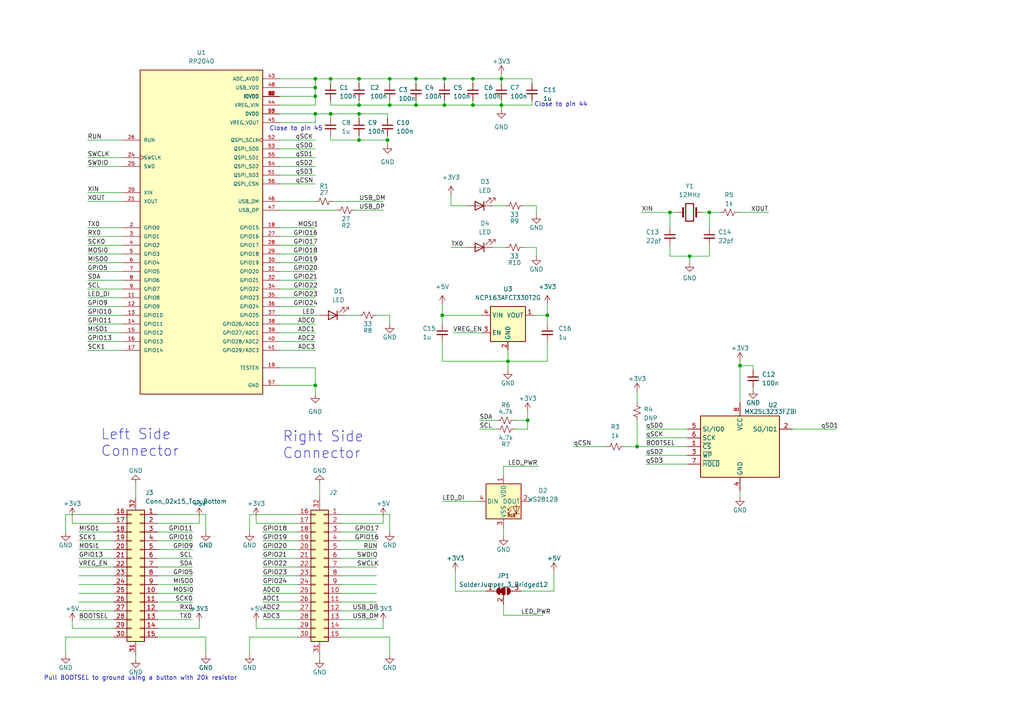
<source format=kicad_sch>
(kicad_sch (version 20230121) (generator eeschema)
  (paper "A4")
  (lib_symbols
    (symbol "Customs_Connectors:Conn_02x15_Top_Bottom" (pin_names (offset 1.016) hide)
      (property "Reference" "J" (at 2.54 20.32 0))
      (property "Value" "Conn_02x15_Top_Bottom" (at 1.27 -20.32 0))
      (symbol "Conn_02x15_Top_Bottom_1_1"
        (rectangle (start -1.27 -19.05) (end 3.81 19.05) (stroke (width 0.254)) (fill (type background)))
        (rectangle (start 0 -17.907) (end -1.27 -17.653) (stroke (width 0.1524)))
        (rectangle (start 0 -15.367) (end -1.27 -15.113) (stroke (width 0.1524)))
        (rectangle (start 0 -12.827) (end -1.27 -12.573) (stroke (width 0.1524)))
        (rectangle (start 0 -10.287) (end -1.27 -10.033) (stroke (width 0.1524)))
        (rectangle (start 0 -7.747) (end -1.27 -7.493) (stroke (width 0.1524)))
        (rectangle (start 0 -5.207) (end -1.27 -4.953) (stroke (width 0.1524)))
        (rectangle (start 0 -2.667) (end -1.27 -2.413) (stroke (width 0.1524)))
        (rectangle (start 0 -0.127) (end -1.27 0.127) (stroke (width 0.1524)))
        (rectangle (start 0 2.413) (end -1.27 2.667) (stroke (width 0.1524)))
        (rectangle (start 0 4.953) (end -1.27 5.207) (stroke (width 0.1524)))
        (rectangle (start 0 7.493) (end -1.27 7.747) (stroke (width 0.1524)))
        (rectangle (start 0 10.033) (end -1.27 10.287) (stroke (width 0.1524)))
        (rectangle (start 0 12.573) (end -1.27 12.827) (stroke (width 0.1524)))
        (rectangle (start 0 15.113) (end -1.27 15.367) (stroke (width 0.1524)))
        (rectangle (start 0 17.653) (end -1.27 17.907) (stroke (width 0.1524)))
        (rectangle (start 2.54 -17.907) (end 3.81 -17.653) (stroke (width 0.1524)))
        (rectangle (start 2.54 -15.367) (end 3.81 -15.113) (stroke (width 0.1524)))
        (rectangle (start 2.54 -12.827) (end 3.81 -12.573) (stroke (width 0.1524)))
        (rectangle (start 2.54 -10.287) (end 3.81 -10.033) (stroke (width 0.1524)))
        (rectangle (start 2.54 -7.747) (end 3.81 -7.493) (stroke (width 0.1524)))
        (rectangle (start 2.54 -5.207) (end 3.81 -4.953) (stroke (width 0.1524)))
        (rectangle (start 2.54 -2.667) (end 3.81 -2.413) (stroke (width 0.1524)))
        (rectangle (start 2.54 -0.127) (end 3.81 0.127) (stroke (width 0.1524)))
        (rectangle (start 2.54 2.413) (end 3.81 2.667) (stroke (width 0.1524)))
        (rectangle (start 2.54 4.953) (end 3.81 5.207) (stroke (width 0.1524)))
        (rectangle (start 2.54 7.493) (end 3.81 7.747) (stroke (width 0.1524)))
        (rectangle (start 2.54 10.033) (end 3.81 10.287) (stroke (width 0.1524)))
        (rectangle (start 2.54 12.573) (end 3.81 12.827) (stroke (width 0.1524)))
        (rectangle (start 2.54 15.113) (end 3.81 15.367) (stroke (width 0.1524)))
        (rectangle (start 2.54 17.653) (end 3.81 17.907) (stroke (width 0.1524)))
        (pin passive line (at 7.62 17.78 180) (length 3.81) (name "Pin_1") (number "1"))
        (pin passive line (at 7.62 -5.08 180) (length 3.81) (name "Pin_10") (number "10"))
        (pin passive line (at 7.62 -7.62 180) (length 3.81) (name "Pin_11") (number "11"))
        (pin passive line (at 7.62 -10.16 180) (length 3.81) (name "Pin_12") (number "12"))
        (pin passive line (at 7.62 -12.7 180) (length 3.81) (name "Pin_13") (number "13"))
        (pin passive line (at 7.62 -15.24 180) (length 3.81) (name "Pin_14") (number "14"))
        (pin passive line (at 7.62 -17.78 180) (length 3.81) (name "Pin_15") (number "15"))
        (pin passive line (at -5.08 17.78 0) (length 3.81) (name "Pin_16") (number "16"))
        (pin passive line (at -5.08 15.24 0) (length 3.81) (name "Pin_17") (number "17"))
        (pin passive line (at -5.08 12.7 0) (length 3.81) (name "Pin_18") (number "18"))
        (pin passive line (at -5.08 10.16 0) (length 3.81) (name "Pin_19") (number "19"))
        (pin passive line (at 7.62 15.24 180) (length 3.81) (name "Pin_2") (number "2"))
        (pin passive line (at -5.08 7.62 0) (length 3.81) (name "Pin_20") (number "20"))
        (pin passive line (at -5.08 5.08 0) (length 3.81) (name "Pin_21") (number "21"))
        (pin passive line (at -5.08 2.54 0) (length 3.81) (name "Pin_22") (number "22"))
        (pin passive line (at -5.08 0 0) (length 3.81) (name "Pin_23") (number "23"))
        (pin passive line (at -5.08 -2.54 0) (length 3.81) (name "Pin_24") (number "24"))
        (pin passive line (at -5.08 -5.08 0) (length 3.81) (name "Pin_25") (number "25"))
        (pin passive line (at -5.08 -7.62 0) (length 3.81) (name "Pin_26") (number "26"))
        (pin passive line (at -5.08 -10.16 0) (length 3.81) (name "Pin_27") (number "27"))
        (pin passive line (at -5.08 -12.7 0) (length 3.81) (name "Pin_28") (number "28"))
        (pin passive line (at -5.08 -15.24 0) (length 3.81) (name "Pin_29") (number "29"))
        (pin passive line (at 7.62 12.7 180) (length 3.81) (name "Pin_3") (number "3"))
        (pin passive line (at -5.08 -17.78 0) (length 3.81) (name "Pin_30") (number "30"))
        (pin passive line (at 1.27 -22.86 90) (length 3.81) (name "Pin_30") (number "31"))
        (pin passive line (at 1.27 22.86 270) (length 3.81) (name "Pin_30") (number "32"))
        (pin passive line (at 7.62 10.16 180) (length 3.81) (name "Pin_4") (number "4"))
        (pin passive line (at 7.62 7.62 180) (length 3.81) (name "Pin_5") (number "5"))
        (pin passive line (at 7.62 5.08 180) (length 3.81) (name "Pin_6") (number "6"))
        (pin passive line (at 7.62 2.54 180) (length 3.81) (name "Pin_7") (number "7"))
        (pin passive line (at 7.62 0 180) (length 3.81) (name "Pin_8") (number "8"))
        (pin passive line (at 7.62 -2.54 180) (length 3.81) (name "Pin_9") (number "9"))
      )
    )
    (symbol "Device:C_Small" (pin_numbers hide) (pin_names (offset 0.254) hide)
      (property "Reference" "C" (at 0.254 1.778 0))
      (property "Value" "C_Small" (at 0.254 -2.032 0))
      (symbol "C_Small_0_1"
        (polyline (pts (xy -1.524 -0.508) (xy 1.524 -0.508)) (stroke (width 0.3302)))
        (polyline (pts (xy -1.524 0.508) (xy 1.524 0.508)) (stroke (width 0.3048)))
      )
      (symbol "C_Small_1_1"
        (pin passive line (at 0 2.54 270) (length 2.032) (name "~") (number "1"))
        (pin passive line (at 0 -2.54 90) (length 2.032) (name "~") (number "2"))
      )
    )
    (symbol "Device:Crystal" (pin_numbers hide) (pin_names (offset 1.016) hide)
      (property "Reference" "Y" (at 0 3.81 0))
      (property "Value" "Crystal" (at 0 -3.81 0))
      (symbol "Crystal_0_1"
        (rectangle (start -1.143 2.54) (end 1.143 -2.54) (stroke (width 0.3048)))
        (polyline (pts (xy -2.54 0) (xy -1.905 0)))
        (polyline (pts (xy -1.905 -1.27) (xy -1.905 1.27)) (stroke (width 0.508)))
        (polyline (pts (xy 1.905 -1.27) (xy 1.905 1.27)) (stroke (width 0.508)))
        (polyline (pts (xy 2.54 0) (xy 1.905 0)))
      )
      (symbol "Crystal_1_1"
        (pin passive line (at -3.81 0 0) (length 1.27) (name "1") (number "1"))
        (pin passive line (at 3.81 0 180) (length 1.27) (name "2") (number "2"))
      )
    )
    (symbol "Device:LED" (pin_numbers hide) (pin_names (offset 1.016) hide)
      (property "Reference" "D" (at 0 2.54 0))
      (property "Value" "LED" (at 0 -2.54 0))
      (symbol "LED_0_1"
        (polyline (pts (xy -1.27 -1.27) (xy -1.27 1.27)) (stroke (width 0.254)))
        (polyline (pts (xy -1.27 0) (xy 1.27 0)))
        (polyline (pts (xy 1.27 -1.27) (xy 1.27 1.27) (xy -1.27 0) (xy 1.27 -1.27)) (stroke (width 0.254)))
        (polyline (pts (xy -3.048 -0.762) (xy -4.572 -2.286) (xy -3.81 -2.286) (xy -4.572 -2.286) (xy -4.572 -1.524)))
        (polyline (pts (xy -1.778 -0.762) (xy -3.302 -2.286) (xy -2.54 -2.286) (xy -3.302 -2.286) (xy -3.302 -1.524)))
      )
      (symbol "LED_1_1"
        (pin passive line (at -3.81 0 0) (length 2.54) (name "K") (number "1"))
        (pin passive line (at 3.81 0 180) (length 2.54) (name "A") (number "2"))
      )
    )
    (symbol "Device:R_Small_US" (pin_numbers hide) (pin_names (offset 0.254) hide)
      (property "Reference" "R" (at 0.762 0.508 0))
      (property "Value" "R_Small_US" (at 0.762 -1.016 0))
      (symbol "R_Small_US_1_1"
        (polyline (pts (xy 0 0) (xy 1.016 -0.381) (xy 0 -0.762) (xy -1.016 -1.143) (xy 0 -1.524)))
        (polyline (pts (xy 0 1.524) (xy 1.016 1.143) (xy 0 0.762) (xy -1.016 0.381) (xy 0 0)))
        (pin passive line (at 0 2.54 270) (length 1.016) (name "~") (number "1"))
        (pin passive line (at 0 -2.54 90) (length 1.016) (name "~") (number "2"))
      )
    )
    (symbol "Jumper:SolderJumper_3_Bridged12" (pin_names (offset 0) hide)
      (property "Reference" "JP" (at -2.54 -2.54 0))
      (property "Value" "SolderJumper_3_Bridged12" (at 0 2.794 0))
      (symbol "SolderJumper_3_Bridged12_0_1"
        (rectangle (start -1.016 0.508) (end -0.508 -0.508) (fill (type outline)))
        (arc (start -1.016 1.016) (mid -2.0276 0) (end -1.016 -1.016))
        (arc (start -1.016 1.016) (mid -2.0276 0) (end -1.016 -1.016) (fill (type outline)))
        (rectangle (start -0.508 1.016) (end 0.508 -1.016) (fill (type outline)))
        (polyline (pts (xy -2.54 0) (xy -2.032 0)))
        (polyline (pts (xy -1.016 1.016) (xy -1.016 -1.016)))
        (polyline (pts (xy 0 -1.27) (xy 0 -1.016)))
        (polyline (pts (xy 1.016 1.016) (xy 1.016 -1.016)))
        (polyline (pts (xy 2.54 0) (xy 2.032 0)))
        (arc (start 1.016 -1.016) (mid 2.0276 0) (end 1.016 1.016))
        (arc (start 1.016 -1.016) (mid 2.0276 0) (end 1.016 1.016) (fill (type outline)))
      )
      (symbol "SolderJumper_3_Bridged12_1_1"
        (pin passive line (at -5.08 0 0) (length 2.54) (name "A") (number "1"))
        (pin passive line (at 0 -3.81 90) (length 2.54) (name "C") (number "2"))
        (pin passive line (at 5.08 0 180) (length 2.54) (name "B") (number "3"))
      )
    )
    (symbol "LED:WS2812B" (pin_names (offset 0.254))
      (property "Reference" "D" (at 5.08 5.715 0))
      (property "Value" "WS2812B" (at 1.27 -5.715 0))
      (symbol "WS2812B_0_0"
        (text "RGB" (at 2.286 -4.191 0) (effects (font (size 0.762 0.762))))
      )
      (symbol "WS2812B_0_1"
        (polyline (pts (xy 1.27 -3.556) (xy 1.778 -3.556)))
        (polyline (pts (xy 1.27 -2.54) (xy 1.778 -2.54)))
        (polyline (pts (xy 4.699 -3.556) (xy 2.667 -3.556)))
        (polyline (pts (xy 2.286 -2.54) (xy 1.27 -3.556) (xy 1.27 -3.048)))
        (polyline (pts (xy 2.286 -1.524) (xy 1.27 -2.54) (xy 1.27 -2.032)))
        (polyline (pts (xy 3.683 -1.016) (xy 3.683 -3.556) (xy 3.683 -4.064)))
        (polyline (pts (xy 4.699 -1.524) (xy 2.667 -1.524) (xy 3.683 -3.556) (xy 4.699 -1.524)))
        (rectangle (start 5.08 5.08) (end -5.08 -5.08) (stroke (width 0.254)) (fill (type background)))
      )
      (symbol "WS2812B_1_1"
        (pin power_in line (at 0 7.62 270) (length 2.54) (name "VDD") (number "1"))
        (pin output line (at 7.62 0 180) (length 2.54) (name "DOUT") (number "2"))
        (pin power_in line (at 0 -7.62 90) (length 2.54) (name "VSS") (number "3"))
        (pin input line (at -7.62 0 0) (length 2.54) (name "DIN") (number "4"))
      )
    )
    (symbol "Memory_Flash:AT25DF041x-UxN-x"
      (property "Reference" "U2" (at 9.525 12.065 0))
      (property "Value" "MX25L3233FZBI" (at 8.89 10.16 0))
      (symbol "AT25DF041x-UxN-x_1_1"
        (rectangle (start -11.43 8.89) (end 11.43 -8.89) (stroke (width 0.254)) (fill (type background)))
        (pin input line (at -15.24 0 0) (length 3.81) (name "~{CS}") (number "1"))
        (pin bidirectional line (at 15.24 5.08 180) (length 3.81) (name "SO/IO1") (number "2"))
        (pin bidirectional line (at -15.24 -2.54 0) (length 3.81) (name "~{WP}") (number "3"))
        (pin power_in line (at 0 -12.7 90) (length 3.81) (name "GND") (number "4"))
        (pin bidirectional line (at -15.24 5.08 0) (length 3.81) (name "SI/IO0") (number "5"))
        (pin input line (at -15.24 2.54 0) (length 3.81) (name "SCK") (number "6"))
        (pin bidirectional line (at -15.24 -5.08 0) (length 3.81) (name "~{HOLD}") (number "7"))
        (pin power_in line (at 0 12.7 270) (length 3.81) (name "VCC") (number "8"))
      )
    )
    (symbol "RP2040:RP2040" (pin_names (offset 1.016))
      (property "Reference" "U1" (at 0 53.34 0))
      (property "Value" "RP2040" (at 0 50.8 0))
      (symbol "RP2040_0_0"
        (rectangle (start -17.78 -45.72) (end 17.78 48.26) (stroke (width 0.254)) (fill (type background)))
        (pin power_in line (at 22.86 40.64 180) (length 5.08) (name "IOVDD") (number "1"))
        (pin power_in line (at 22.86 40.64 180) (length 5.08) (name "IOVDD") (number "10"))
        (pin bidirectional line (at -22.86 -17.78 0) (length 5.08) (name "GPIO8") (number "11"))
        (pin bidirectional line (at -22.86 -20.32 0) (length 5.08) (name "GPIO9") (number "12"))
        (pin bidirectional line (at -22.86 -22.86 0) (length 5.08) (name "GPIO10") (number "13"))
        (pin bidirectional line (at -22.86 -25.4 0) (length 5.08) (name "GPIO11") (number "14"))
        (pin bidirectional line (at -22.86 -27.94 0) (length 5.08) (name "GPIO12") (number "15"))
        (pin bidirectional line (at -22.86 -30.48 0) (length 5.08) (name "GPIO13") (number "16"))
        (pin bidirectional line (at -22.86 -33.02 0) (length 5.08) (name "GPIO14") (number "17"))
        (pin bidirectional line (at 22.86 2.54 180) (length 5.08) (name "GPIO15") (number "18"))
        (pin passive line (at 22.86 -38.1 180) (length 5.08) (name "TESTEN") (number "19"))
        (pin bidirectional line (at -22.86 2.54 0) (length 5.08) (name "GPIO0") (number "2"))
        (pin input line (at -22.86 12.7 0) (length 5.08) (name "XIN") (number "20"))
        (pin output line (at -22.86 10.16 0) (length 5.08) (name "XOUT") (number "21"))
        (pin power_in line (at 22.86 40.64 180) (length 5.08) (name "IOVDD") (number "22"))
        (pin power_in line (at 22.86 35.56 180) (length 5.08) (name "DVDD") (number "23"))
        (pin input clock (at -22.86 22.86 0) (length 5.08) (name "SWCLK") (number "24"))
        (pin bidirectional line (at -22.86 20.32 0) (length 5.08) (name "SWD") (number "25"))
        (pin input line (at -22.86 27.94 0) (length 5.08) (name "RUN") (number "26"))
        (pin bidirectional line (at 22.86 0 180) (length 5.08) (name "GPIO16") (number "27"))
        (pin bidirectional line (at 22.86 -2.54 180) (length 5.08) (name "GPIO17") (number "28"))
        (pin bidirectional line (at 22.86 -5.08 180) (length 5.08) (name "GPIO18") (number "29"))
        (pin bidirectional line (at -22.86 0 0) (length 5.08) (name "GPIO1") (number "3"))
        (pin bidirectional line (at 22.86 -7.62 180) (length 5.08) (name "GPIO19") (number "30"))
        (pin bidirectional line (at 22.86 -10.16 180) (length 5.08) (name "GPIO20") (number "31"))
        (pin bidirectional line (at 22.86 -12.7 180) (length 5.08) (name "GPIO21") (number "32"))
        (pin power_in line (at 22.86 40.64 180) (length 5.08) (name "IOVDD") (number "33"))
        (pin bidirectional line (at 22.86 -15.24 180) (length 5.08) (name "GPIO22") (number "34"))
        (pin bidirectional line (at 22.86 -17.78 180) (length 5.08) (name "GPIO23") (number "35"))
        (pin bidirectional line (at 22.86 -20.32 180) (length 5.08) (name "GPIO24") (number "36"))
        (pin bidirectional line (at 22.86 -22.86 180) (length 5.08) (name "GPIO25") (number "37"))
        (pin bidirectional line (at 22.86 -25.4 180) (length 5.08) (name "GPIO26/ADC0") (number "38"))
        (pin bidirectional line (at 22.86 -27.94 180) (length 5.08) (name "GPIO27/ADC1") (number "39"))
        (pin bidirectional line (at -22.86 -2.54 0) (length 5.08) (name "GPIO2") (number "4"))
        (pin bidirectional line (at 22.86 -30.48 180) (length 5.08) (name "GPIO28/ADC2") (number "40"))
        (pin bidirectional line (at 22.86 -33.02 180) (length 5.08) (name "GPIO29/ADC3") (number "41"))
        (pin power_in line (at 22.86 40.64 180) (length 5.08) (name "IOVDD") (number "42"))
        (pin power_in line (at 22.86 45.72 180) (length 5.08) (name "ADC_AVDD") (number "43"))
        (pin input line (at 22.86 38.1 180) (length 5.08) (name "VREG_VIN") (number "44"))
        (pin output line (at 22.86 33.02 180) (length 5.08) (name "VREG_VOUT") (number "45"))
        (pin bidirectional line (at 22.86 10.16 180) (length 5.08) (name "USB_DM") (number "46"))
        (pin bidirectional line (at 22.86 7.62 180) (length 5.08) (name "USB_DP") (number "47"))
        (pin power_in line (at 22.86 43.18 180) (length 5.08) (name "USB_VDD") (number "48"))
        (pin power_in line (at 22.86 40.64 180) (length 5.08) (name "IOVDD") (number "49"))
        (pin bidirectional line (at -22.86 -5.08 0) (length 5.08) (name "GPIO3") (number "5"))
        (pin power_in line (at 22.86 35.56 180) (length 5.08) (name "DVDD") (number "50"))
        (pin bidirectional line (at 22.86 17.78 180) (length 5.08) (name "QSPI_SD3") (number "51"))
        (pin bidirectional clock (at 22.86 27.94 180) (length 5.08) (name "QSPI_SCLK") (number "52"))
        (pin bidirectional line (at 22.86 25.4 180) (length 5.08) (name "QSPI_SD0") (number "53"))
        (pin bidirectional line (at 22.86 20.32 180) (length 5.08) (name "QSPI_SD2") (number "54"))
        (pin bidirectional line (at 22.86 22.86 180) (length 5.08) (name "QSPI_SD1") (number "55"))
        (pin bidirectional line (at 22.86 15.24 180) (length 5.08) (name "QSPI_CSN") (number "56"))
        (pin power_in line (at 22.86 -43.18 180) (length 5.08) (name "GND") (number "57"))
        (pin bidirectional line (at -22.86 -7.62 0) (length 5.08) (name "GPIO4") (number "6"))
        (pin bidirectional line (at -22.86 -10.16 0) (length 5.08) (name "GPIO5") (number "7"))
        (pin bidirectional line (at -22.86 -12.7 0) (length 5.08) (name "GPIO6") (number "8"))
        (pin bidirectional line (at -22.86 -15.24 0) (length 5.08) (name "GPIO7") (number "9"))
      )
    )
    (symbol "Regulator_Linear:NCP163AFCT330T2G"
      (property "Reference" "U3" (at 0 10.16 0))
      (property "Value" "NCP163AFCT330T2G" (at 0 7.62 0))
      (symbol "NCP163AFCT330T2G_0_1"
        (rectangle (start -5.08 5.08) (end 5.08 -5.08) (stroke (width 0.254)) (fill (type background)))
      )
      (symbol "NCP163AFCT330T2G_1_1"
        (pin power_out line (at 7.62 2.54 180) (length 2.54) (name "VOUT") (number "1"))
        (pin power_in line (at 0 -7.62 90) (length 2.54) (name "GND") (number "2"))
        (pin input line (at -7.62 -2.54 0) (length 2.54) (name "EN") (number "3"))
        (pin power_in line (at -7.62 2.54 0) (length 2.54) (name "VIN") (number "4"))
      )
    )
    (symbol "power:+3.3V" (power) (pin_names (offset 0))
      (property "Value" "+3.3V" (at 0 3.556 0))
      (symbol "+3.3V_0_1"
        (polyline (pts (xy -0.762 1.27) (xy 0 2.54)))
        (polyline (pts (xy 0 0) (xy 0 2.54)))
        (polyline (pts (xy 0 2.54) (xy 0.762 1.27)))
      )
      (symbol "+3.3V_1_1"
        (pin power_in line (at 0 0 90) (length 0) hide (name "+3V3") (number "1"))
      )
    )
    (symbol "power:+5V" (power) (pin_names (offset 0))
      (property "Value" "+5V" (at 0 3.556 0))
      (symbol "+5V_0_1"
        (polyline (pts (xy -0.762 1.27) (xy 0 2.54)))
        (polyline (pts (xy 0 0) (xy 0 2.54)))
        (polyline (pts (xy 0 2.54) (xy 0.762 1.27)))
      )
      (symbol "+5V_1_1"
        (pin power_in line (at 0 0 90) (length 0) hide (name "+5V") (number "1"))
      )
    )
    (symbol "power:GND" (power) (pin_names (offset 0))
      (property "Value" "GND" (at 0 -3.81 0))
      (symbol "GND_0_1"
        (polyline (pts (xy 0 0) (xy 0 -1.27) (xy 1.27 -1.27) (xy 0 -2.54) (xy -1.27 -1.27) (xy 0 -1.27)))
      )
      (symbol "GND_1_1"
        (pin power_in line (at 0 0 270) (length 0) hide (name "GND") (number "1"))
      )
    )
  )
  (junction (at 91.44 25.4))
  (junction (at 158.75 91.44))
  (junction (at 205.74 61.595))
  (junction (at 145.415 22.86))
  (junction (at 113.03 22.86))
  (junction (at 104.14 22.86))
  (junction (at 128.27 91.44))
  (junction (at 137.16 30.48))
  (junction (at 147.32 104.775))
  (junction (at 104.14 33.02))
  (junction (at 145.415 30.48))
  (junction (at 91.44 111.76))
  (junction (at 112.395 40.64))
  (junction (at 91.44 33.02))
  (junction (at 128.905 22.86))
  (junction (at 95.885 22.86))
  (junction (at 137.16 22.86))
  (junction (at 153.035 121.92))
  (junction (at 91.44 27.94))
  (junction (at 184.785 129.54))
  (junction (at 200.025 74.295))
  (junction (at 91.44 22.86))
  (junction (at 113.03 30.48))
  (junction (at 120.65 30.48))
  (junction (at 194.31 61.595))
  (junction (at 128.905 30.48))
  (junction (at 95.885 33.02))
  (junction (at 120.65 22.86))
  (junction (at 104.14 30.48))
  (junction (at 214.63 106.045))
  (junction (at 104.14 40.64))
  (wire (pts (xy 112.395 33.02) (xy 104.14 33.02)))
  (wire (pts (xy 81.28 111.76) (xy 91.44 111.76)))
  (wire (pts (xy 218.44 112.395) (xy 218.44 113.03)))
  (wire (pts (xy 132.08 165.735) (xy 132.08 171.45)))
  (wire (pts (xy 187.325 132.08) (xy 199.39 132.08)))
  (wire (pts (xy 86.36 182.245) (xy 74.295 182.245)))
  (wire (pts (xy 99.06 177.165) (xy 109.22 177.165)))
  (wire (pts (xy 22.86 156.845) (xy 33.02 156.845)))
  (wire (pts (xy 180.975 129.54) (xy 184.785 129.54)))
  (wire (pts (xy 81.28 40.64) (xy 91.44 40.64)))
  (wire (pts (xy 145.415 22.86) (xy 145.415 24.13)))
  (wire (pts (xy 91.44 33.02) (xy 91.44 35.56)))
  (wire (pts (xy 81.28 25.4) (xy 91.44 25.4)))
  (wire (pts (xy 45.72 179.705) (xy 55.88 179.705)))
  (wire (pts (xy 99.06 179.705) (xy 109.22 179.705)))
  (wire (pts (xy 154.94 91.44) (xy 158.75 91.44)))
  (wire (pts (xy 76.2 167.005) (xy 86.36 167.005)))
  (wire (pts (xy 39.37 189.865) (xy 39.37 191.135)))
  (wire (pts (xy 22.86 164.465) (xy 33.02 164.465)))
  (wire (pts (xy 81.28 66.04) (xy 91.44 66.04)))
  (wire (pts (xy 76.2 174.625) (xy 86.36 174.625)))
  (wire (pts (xy 112.395 34.29) (xy 112.395 33.02)))
  (wire (pts (xy 218.44 106.045) (xy 214.63 106.045)))
  (wire (pts (xy 91.44 111.76) (xy 91.44 114.3)))
  (wire (pts (xy 45.72 172.085) (xy 55.88 172.085)))
  (wire (pts (xy 25.4 66.04) (xy 35.56 66.04)))
  (wire (pts (xy 22.86 161.925) (xy 33.02 161.925)))
  (wire (pts (xy 81.28 33.02) (xy 91.44 33.02)))
  (wire (pts (xy 33.02 184.785) (xy 19.05 184.785)))
  (wire (pts (xy 120.65 29.21) (xy 120.65 30.48)))
  (wire (pts (xy 128.905 30.48) (xy 120.65 30.48)))
  (wire (pts (xy 128.27 145.415) (xy 138.43 145.415)))
  (wire (pts (xy 128.27 91.44) (xy 139.7 91.44)))
  (wire (pts (xy 81.28 30.48) (xy 91.44 30.48)))
  (wire (pts (xy 205.74 74.295) (xy 200.025 74.295)))
  (wire (pts (xy 139.065 121.92) (xy 144.145 121.92)))
  (wire (pts (xy 96.52 58.42) (xy 111.125 58.42)))
  (wire (pts (xy 25.4 101.6) (xy 35.56 101.6)))
  (wire (pts (xy 146.05 175.26) (xy 146.05 178.435)))
  (wire (pts (xy 20.955 149.86) (xy 20.955 151.765)))
  (wire (pts (xy 76.2 172.085) (xy 86.36 172.085)))
  (wire (pts (xy 205.74 61.595) (xy 205.74 66.04)))
  (wire (pts (xy 35.56 83.82) (xy 25.4 83.82)))
  (wire (pts (xy 137.16 29.21) (xy 137.16 30.48)))
  (wire (pts (xy 99.06 167.005) (xy 109.22 167.005)))
  (wire (pts (xy 81.28 53.34) (xy 91.44 53.34)))
  (wire (pts (xy 104.14 33.02) (xy 104.14 34.29)))
  (wire (pts (xy 45.72 159.385) (xy 55.88 159.385)))
  (wire (pts (xy 81.28 93.98) (xy 91.44 93.98)))
  (wire (pts (xy 104.14 33.02) (xy 95.885 33.02)))
  (wire (pts (xy 113.03 184.785) (xy 99.06 184.785)))
  (wire (pts (xy 151.765 59.69) (xy 155.575 59.69)))
  (wire (pts (xy 22.86 154.305) (xy 33.02 154.305)))
  (wire (pts (xy 95.885 33.02) (xy 91.44 33.02)))
  (wire (pts (xy 92.71 189.865) (xy 92.71 191.135)))
  (wire (pts (xy 135.255 59.69) (xy 130.81 59.69)))
  (wire (pts (xy 19.05 149.225) (xy 19.05 154.305)))
  (wire (pts (xy 203.835 61.595) (xy 205.74 61.595)))
  (wire (pts (xy 81.28 73.66) (xy 91.44 73.66)))
  (wire (pts (xy 95.885 40.64) (xy 104.14 40.64)))
  (wire (pts (xy 81.28 71.12) (xy 91.44 71.12)))
  (wire (pts (xy 81.28 50.8) (xy 91.44 50.8)))
  (wire (pts (xy 142.875 71.755) (xy 146.685 71.755)))
  (wire (pts (xy 76.2 164.465) (xy 86.36 164.465)))
  (wire (pts (xy 81.28 88.9) (xy 91.44 88.9)))
  (wire (pts (xy 113.03 184.785) (xy 113.03 189.865)))
  (wire (pts (xy 130.81 56.515) (xy 130.81 59.69)))
  (wire (pts (xy 137.16 30.48) (xy 128.905 30.48)))
  (wire (pts (xy 59.69 149.225) (xy 59.69 154.305)))
  (wire (pts (xy 153.035 124.46) (xy 149.225 124.46)))
  (wire (pts (xy 104.14 22.86) (xy 104.14 24.13)))
  (wire (pts (xy 113.03 22.86) (xy 120.65 22.86)))
  (wire (pts (xy 128.905 22.86) (xy 128.905 24.13)))
  (wire (pts (xy 81.28 45.72) (xy 91.44 45.72)))
  (wire (pts (xy 76.2 179.705) (xy 86.36 179.705)))
  (wire (pts (xy 22.86 169.545) (xy 33.02 169.545)))
  (wire (pts (xy 99.06 172.085) (xy 109.22 172.085)))
  (wire (pts (xy 19.05 184.785) (xy 19.05 189.865)))
  (wire (pts (xy 158.75 88.265) (xy 158.75 91.44)))
  (wire (pts (xy 140.97 171.45) (xy 132.08 171.45)))
  (wire (pts (xy 76.2 177.165) (xy 86.36 177.165)))
  (wire (pts (xy 153.035 121.92) (xy 153.035 124.46)))
  (wire (pts (xy 145.415 30.48) (xy 154.305 30.48)))
  (wire (pts (xy 19.05 149.225) (xy 33.02 149.225)))
  (wire (pts (xy 81.28 60.96) (xy 97.79 60.96)))
  (wire (pts (xy 45.72 154.305) (xy 55.88 154.305)))
  (wire (pts (xy 104.14 30.48) (xy 113.03 30.48)))
  (wire (pts (xy 25.4 81.28) (xy 35.56 81.28)))
  (wire (pts (xy 145.415 21.59) (xy 145.415 22.86)))
  (wire (pts (xy 111.125 149.86) (xy 111.125 151.765)))
  (wire (pts (xy 99.06 154.305) (xy 109.22 154.305)))
  (wire (pts (xy 72.39 149.225) (xy 72.39 154.305)))
  (wire (pts (xy 154.305 29.21) (xy 154.305 30.48)))
  (wire (pts (xy 99.06 161.925) (xy 109.22 161.925)))
  (wire (pts (xy 147.32 104.775) (xy 128.27 104.775)))
  (wire (pts (xy 91.44 22.86) (xy 95.885 22.86)))
  (wire (pts (xy 81.28 76.2) (xy 91.44 76.2)))
  (wire (pts (xy 81.28 106.68) (xy 91.44 106.68)))
  (wire (pts (xy 113.03 91.44) (xy 113.03 93.98)))
  (wire (pts (xy 149.225 121.92) (xy 153.035 121.92)))
  (wire (pts (xy 25.4 96.52) (xy 35.56 96.52)))
  (wire (pts (xy 137.16 22.86) (xy 145.415 22.86)))
  (wire (pts (xy 137.16 30.48) (xy 145.415 30.48)))
  (wire (pts (xy 81.28 78.74) (xy 91.44 78.74)))
  (wire (pts (xy 81.28 101.6) (xy 91.44 101.6)))
  (wire (pts (xy 20.955 180.34) (xy 20.955 182.245)))
  (wire (pts (xy 72.39 149.225) (xy 86.36 149.225)))
  (wire (pts (xy 76.2 154.305) (xy 86.36 154.305)))
  (wire (pts (xy 74.295 180.34) (xy 74.295 182.245)))
  (wire (pts (xy 81.28 91.44) (xy 92.71 91.44)))
  (wire (pts (xy 81.28 83.82) (xy 91.44 83.82)))
  (wire (pts (xy 147.32 104.775) (xy 147.32 107.315)))
  (wire (pts (xy 99.06 151.765) (xy 111.125 151.765)))
  (wire (pts (xy 128.905 29.21) (xy 128.905 30.48)))
  (wire (pts (xy 99.06 156.845) (xy 109.22 156.845)))
  (wire (pts (xy 200.025 74.295) (xy 200.025 76.2)))
  (wire (pts (xy 99.06 169.545) (xy 109.22 169.545)))
  (wire (pts (xy 95.885 22.86) (xy 104.14 22.86)))
  (wire (pts (xy 76.2 156.845) (xy 86.36 156.845)))
  (wire (pts (xy 72.39 184.785) (xy 72.39 189.865)))
  (wire (pts (xy 146.05 135.255) (xy 146.05 137.795)))
  (wire (pts (xy 111.125 180.34) (xy 111.125 182.245)))
  (wire (pts (xy 135.255 71.755) (xy 130.81 71.755)))
  (wire (pts (xy 45.72 177.165) (xy 55.88 177.165)))
  (wire (pts (xy 229.87 124.46) (xy 242.57 124.46)))
  (wire (pts (xy 25.4 86.36) (xy 35.56 86.36)))
  (wire (pts (xy 111.125 182.245) (xy 99.06 182.245)))
  (wire (pts (xy 81.28 68.58) (xy 91.44 68.58)))
  (wire (pts (xy 91.44 27.94) (xy 91.44 30.48)))
  (wire (pts (xy 81.28 35.56) (xy 91.44 35.56)))
  (wire (pts (xy 95.885 39.37) (xy 95.885 40.64)))
  (wire (pts (xy 91.44 22.86) (xy 91.44 25.4)))
  (wire (pts (xy 95.885 22.86) (xy 95.885 24.13)))
  (wire (pts (xy 137.16 22.86) (xy 137.16 24.13)))
  (wire (pts (xy 76.2 161.925) (xy 86.36 161.925)))
  (wire (pts (xy 95.885 29.21) (xy 95.885 30.48)))
  (wire (pts (xy 120.65 22.86) (xy 128.905 22.86)))
  (wire (pts (xy 25.4 73.66) (xy 35.56 73.66)))
  (wire (pts (xy 22.86 172.085) (xy 33.02 172.085)))
  (wire (pts (xy 45.72 164.465) (xy 55.88 164.465)))
  (wire (pts (xy 22.86 159.385) (xy 33.02 159.385)))
  (wire (pts (xy 22.86 179.705) (xy 33.02 179.705)))
  (wire (pts (xy 74.295 149.86) (xy 74.295 151.765)))
  (wire (pts (xy 45.72 161.925) (xy 55.88 161.925)))
  (wire (pts (xy 142.875 59.69) (xy 146.685 59.69)))
  (wire (pts (xy 92.71 140.335) (xy 92.71 144.145)))
  (wire (pts (xy 146.05 178.435) (xy 157.48 178.435)))
  (wire (pts (xy 81.28 86.36) (xy 91.44 86.36)))
  (wire (pts (xy 76.2 169.545) (xy 86.36 169.545)))
  (wire (pts (xy 194.31 74.295) (xy 200.025 74.295)))
  (wire (pts (xy 39.37 140.335) (xy 39.37 144.145)))
  (wire (pts (xy 147.32 101.6) (xy 147.32 104.775)))
  (wire (pts (xy 74.295 151.765) (xy 86.36 151.765)))
  (wire (pts (xy 128.905 22.86) (xy 137.16 22.86)))
  (wire (pts (xy 25.4 93.98) (xy 35.56 93.98)))
  (wire (pts (xy 25.4 45.72) (xy 35.56 45.72)))
  (wire (pts (xy 25.4 88.9) (xy 35.56 88.9)))
  (wire (pts (xy 57.785 182.245) (xy 45.72 182.245)))
  (wire (pts (xy 59.69 184.785) (xy 45.72 184.785)))
  (wire (pts (xy 81.28 48.26) (xy 91.44 48.26)))
  (wire (pts (xy 104.14 22.86) (xy 113.03 22.86)))
  (wire (pts (xy 33.02 182.245) (xy 20.955 182.245)))
  (wire (pts (xy 25.4 78.74) (xy 35.56 78.74)))
  (wire (pts (xy 81.28 22.86) (xy 91.44 22.86)))
  (wire (pts (xy 104.14 30.48) (xy 95.885 30.48)))
  (wire (pts (xy 95.885 34.29) (xy 95.885 33.02)))
  (wire (pts (xy 45.72 167.005) (xy 55.88 167.005)))
  (wire (pts (xy 146.05 135.255) (xy 156.21 135.255)))
  (wire (pts (xy 158.75 99.06) (xy 158.75 104.775)))
  (wire (pts (xy 104.14 29.21) (xy 104.14 30.48)))
  (wire (pts (xy 205.74 61.595) (xy 208.915 61.595)))
  (wire (pts (xy 59.69 184.785) (xy 59.69 189.865)))
  (wire (pts (xy 45.72 156.845) (xy 55.88 156.845)))
  (wire (pts (xy 205.74 71.12) (xy 205.74 74.295)))
  (wire (pts (xy 139.065 124.46) (xy 144.145 124.46)))
  (wire (pts (xy 57.785 149.86) (xy 57.785 151.765)))
  (wire (pts (xy 99.06 164.465) (xy 109.22 164.465)))
  (wire (pts (xy 45.72 149.225) (xy 59.69 149.225)))
  (wire (pts (xy 158.75 91.44) (xy 158.75 93.98)))
  (wire (pts (xy 186.055 61.595) (xy 194.31 61.595)))
  (wire (pts (xy 45.72 151.765) (xy 57.785 151.765)))
  (wire (pts (xy 22.86 177.165) (xy 33.02 177.165)))
  (wire (pts (xy 102.87 60.96) (xy 111.125 60.96)))
  (wire (pts (xy 76.2 159.385) (xy 86.36 159.385)))
  (wire (pts (xy 113.03 24.13) (xy 113.03 22.86)))
  (wire (pts (xy 184.785 129.54) (xy 199.39 129.54)))
  (wire (pts (xy 194.31 61.595) (xy 194.31 66.04)))
  (wire (pts (xy 81.28 81.28) (xy 91.44 81.28)))
  (wire (pts (xy 25.4 71.12) (xy 35.56 71.12)))
  (wire (pts (xy 128.27 91.44) (xy 128.27 93.98)))
  (wire (pts (xy 214.63 104.775) (xy 214.63 106.045)))
  (wire (pts (xy 104.14 40.64) (xy 112.395 40.64)))
  (wire (pts (xy 45.72 174.625) (xy 55.88 174.625)))
  (wire (pts (xy 153.035 119.38) (xy 153.035 121.92)))
  (wire (pts (xy 57.785 180.34) (xy 57.785 182.245)))
  (wire (pts (xy 81.28 43.18) (xy 91.44 43.18)))
  (wire (pts (xy 160.655 165.735) (xy 160.655 171.45)))
  (wire (pts (xy 100.33 91.44) (xy 104.14 91.44)))
  (wire (pts (xy 184.785 113.665) (xy 184.785 116.84)))
  (wire (pts (xy 104.14 39.37) (xy 104.14 40.64)))
  (wire (pts (xy 112.395 40.64) (xy 112.395 41.91)))
  (wire (pts (xy 187.325 134.62) (xy 199.39 134.62)))
  (wire (pts (xy 81.28 96.52) (xy 91.44 96.52)))
  (wire (pts (xy 113.03 29.21) (xy 113.03 30.48)))
  (wire (pts (xy 146.05 153.035) (xy 146.05 155.575)))
  (wire (pts (xy 20.955 151.765) (xy 33.02 151.765)))
  (wire (pts (xy 131.445 96.52) (xy 139.7 96.52)))
  (wire (pts (xy 214.63 106.045) (xy 214.63 116.84)))
  (wire (pts (xy 128.27 88.265) (xy 128.27 91.44)))
  (wire (pts (xy 109.22 91.44) (xy 113.03 91.44)))
  (wire (pts (xy 166.37 129.54) (xy 175.895 129.54)))
  (wire (pts (xy 145.415 22.86) (xy 154.305 22.86)))
  (wire (pts (xy 194.31 71.12) (xy 194.31 74.295)))
  (wire (pts (xy 91.44 25.4) (xy 91.44 27.94)))
  (wire (pts (xy 99.06 159.385) (xy 109.22 159.385)))
  (wire (pts (xy 25.4 68.58) (xy 35.56 68.58)))
  (wire (pts (xy 184.785 121.92) (xy 184.785 129.54)))
  (wire (pts (xy 25.4 48.26) (xy 35.56 48.26)))
  (wire (pts (xy 218.44 107.315) (xy 218.44 106.045)))
  (wire (pts (xy 154.305 22.86) (xy 154.305 24.13)))
  (wire (pts (xy 145.415 29.21) (xy 145.415 30.48)))
  (wire (pts (xy 25.4 58.42) (xy 35.56 58.42)))
  (wire (pts (xy 187.325 127) (xy 199.39 127)))
  (wire (pts (xy 155.575 71.755) (xy 155.575 74.295)))
  (wire (pts (xy 147.32 104.775) (xy 158.75 104.775)))
  (wire (pts (xy 151.765 71.755) (xy 155.575 71.755)))
  (wire (pts (xy 25.4 55.88) (xy 35.56 55.88)))
  (wire (pts (xy 81.28 27.94) (xy 91.44 27.94)))
  (wire (pts (xy 113.03 149.225) (xy 113.03 154.305)))
  (wire (pts (xy 120.65 22.86) (xy 120.65 24.13)))
  (wire (pts (xy 25.4 76.2) (xy 35.56 76.2)))
  (wire (pts (xy 25.4 40.64) (xy 35.56 40.64)))
  (wire (pts (xy 22.86 167.005) (xy 33.02 167.005)))
  (wire (pts (xy 22.86 174.625) (xy 33.02 174.625)))
  (wire (pts (xy 151.13 171.45) (xy 160.655 171.45)))
  (wire (pts (xy 213.995 61.595) (xy 222.885 61.595)))
  (wire (pts (xy 25.4 91.44) (xy 35.56 91.44)))
  (wire (pts (xy 81.28 99.06) (xy 91.44 99.06)))
  (wire (pts (xy 128.27 104.775) (xy 128.27 99.06)))
  (wire (pts (xy 99.06 149.225) (xy 113.03 149.225)))
  (wire (pts (xy 91.44 106.68) (xy 91.44 111.76)))
  (wire (pts (xy 86.36 184.785) (xy 72.39 184.785)))
  (wire (pts (xy 99.06 174.625) (xy 109.22 174.625)))
  (wire (pts (xy 112.395 39.37) (xy 112.395 40.64)))
  (wire (pts (xy 196.215 61.595) (xy 194.31 61.595)))
  (wire (pts (xy 45.72 169.545) (xy 55.88 169.545)))
  (wire (pts (xy 25.4 99.06) (xy 35.56 99.06)))
  (wire (pts (xy 81.28 58.42) (xy 91.44 58.42)))
  (wire (pts (xy 214.63 142.24) (xy 214.63 144.145)))
  (wire (pts (xy 187.325 124.46) (xy 199.39 124.46)))
  (wire (pts (xy 113.03 30.48) (xy 120.65 30.48)))
  (wire (pts (xy 145.415 30.48) (xy 145.415 31.75)))
  (wire (pts (xy 155.575 59.69) (xy 155.575 62.23)))
  (text "Close to pin 45\n" (at 78.105 38.1 0) (effects (font (size 1.27 1.27)) (justify left bottom)))
  (text "Left Side\nConnector" (at 29.21 132.715 0) (effects (font (size 3 3)) (justify left bottom)))
  (text "Close to pin 44" (at 154.94 31.115 0) (effects (font (size 1.27 1.27)) (justify left bottom)))
  (text "Right Side\nConnector" (at 81.915 133.35 0) (effects (font (size 3 3)) (justify left bottom)))
  (text "Pull BOOTSEL to ground using a button with 20k resistor\n" (at 12.7 197.485 0) (effects (font (size 1.27 1.27)) (justify left bottom)))
  (label "GPIO19" (at 85.09 76.2 0))
  (label "ADC1" (at 86.36 96.52 0))
  (label "SCK0" (at 50.8 174.625 0))
  (label "GPIO22" (at 76.2 164.465 0))
  (label "MOSI0" (at 50.165 172.085 0))
  (label "GPIO9" (at 25.4 88.9 0))
  (label "qSD2" (at 187.325 132.08 0))
  (label "SCL" (at 52.07 161.925 0))
  (label "qSD2" (at 85.725 48.26 0))
  (label "GPIO17" (at 85.09 71.12 0))
  (label "MISO0" (at 50.165 169.545 0))
  (label "GPIO5" (at 25.4 78.74 0))
  (label "USB_DP" (at 102.235 177.165 0))
  (label "GPIO10" (at 48.895 156.845 0))
  (label "qSCK" (at 85.725 40.64 0))
  (label "qCSN" (at 85.725 53.34 0))
  (label "VREG_EN" (at 22.86 164.465 0))
  (label "qSD1" (at 85.725 45.72 0))
  (label "SWCLK" (at 103.505 164.465 0))
  (label "SCL" (at 25.4 83.82 0))
  (label "GPIO19" (at 76.2 156.845 0))
  (label "SDA" (at 25.4 81.28 0))
  (label "GPIO5" (at 50.165 167.005 0))
  (label "GPIO11" (at 25.4 93.98 0))
  (label "SWCLK" (at 25.4 45.72 0))
  (label "SWDIO" (at 25.4 48.26 0))
  (label "GPIO24" (at 76.2 169.545 0))
  (label "GPIO23" (at 76.2 167.005 0))
  (label "TX0" (at 52.07 179.705 0))
  (label "XOUT" (at 25.4 58.42 0))
  (label "MISO0" (at 25.4 76.2 0))
  (label "GPIO17" (at 102.87 154.305 0))
  (label "ADC2" (at 76.2 177.165 0))
  (label "GPIO13" (at 22.86 161.925 0))
  (label "qSCK" (at 187.325 127 0))
  (label "SCK0" (at 25.4 71.12 0))
  (label "BOOTSEL" (at 22.86 179.705 0))
  (label "GPIO21" (at 76.2 161.925 0))
  (label "XIN" (at 186.055 61.595 0))
  (label "SCK1" (at 25.4 101.6 0))
  (label "GPIO18" (at 76.2 154.305 0))
  (label "VREG_EN" (at 131.445 96.52 0))
  (label "LED_PWR" (at 151.13 178.435 0))
  (label "SDA" (at 139.065 121.92 0))
  (label "ADC2" (at 86.36 99.06 0))
  (label "SDA" (at 52.07 164.465 0))
  (label "MISO1" (at 25.4 96.52 0))
  (label "qSD1" (at 238.125 124.46 0))
  (label "GPIO16" (at 102.87 156.845 0))
  (label "USB_DM" (at 104.14 58.42 0))
  (label "qSD3" (at 187.325 134.62 0))
  (label "SWDIO" (at 103.505 161.925 0))
  (label "qCSN" (at 166.37 129.54 0))
  (label "GPIO20" (at 76.2 159.385 0))
  (label "GPIO11" (at 48.895 154.305 0))
  (label "MOSI1" (at 86.36 66.04 0))
  (label "LED_DI" (at 128.27 145.415 0))
  (label "qSD0" (at 187.325 124.46 0))
  (label "XOUT" (at 217.805 61.595 0))
  (label "RUN" (at 25.4 40.64 0))
  (label "MOSI1" (at 22.86 159.385 0))
  (label "BOOTSEL" (at 187.325 129.54 0))
  (label "MOSI0" (at 25.4 73.66 0))
  (label "GPIO16" (at 85.09 68.58 0))
  (label "GPIO22" (at 85.09 83.82 0))
  (label "TX0" (at 25.4 66.04 0))
  (label "ADC3" (at 76.2 179.705 0))
  (label "GPIO9" (at 50.165 159.385 0))
  (label "MISO1" (at 22.86 154.305 0))
  (label "USB_DM" (at 102.235 179.705 0))
  (label "SCK1" (at 22.86 156.845 0))
  (label "RX0" (at 52.07 177.165 0))
  (label "qSD3" (at 85.725 50.8 0))
  (label "GPIO23" (at 85.09 86.36 0))
  (label "ADC0" (at 86.36 93.98 0))
  (label "GPIO10" (at 25.4 91.44 0))
  (label "RX0" (at 25.4 68.58 0))
  (label "ADC0" (at 76.2 172.085 0))
  (label "USB_DP" (at 104.14 60.96 0))
  (label "GPIO18" (at 85.09 73.66 0))
  (label "ADC1" (at 76.2 174.625 0))
  (label "SCL" (at 139.065 124.46 0))
  (label "RUN" (at 105.41 159.385 0))
  (label "GPIO24" (at 85.09 88.9 0))
  (label "LED_PWR" (at 147.32 135.255 0))
  (label "GPIO13" (at 25.4 99.06 0))
  (label "XIN" (at 25.4 55.88 0))
  (label "ADC3" (at 86.36 101.6 0))
  (label "LED_DI" (at 25.4 86.36 0))
  (label "qSD0" (at 85.725 43.18 0))
  (label "GPIO20" (at 85.09 78.74 0))
  (label "LED" (at 87.63 91.44 0))
  (label "GPIO21" (at 85.09 81.28 0))
  (label "TX0" (at 130.81 71.755 0))
  (symbol (lib_id "Device:C_Small") (at 205.74 68.58 0) (unit 1)
    (property "Reference" "C14" (at 208.28 67.3162 0) (effects (justify left)))
    (property "Value" "22pf" (at 208.28 69.8562 0) (effects (justify left)))
    (property "Footprint" "Capacitor_SMD:C_0603_1608Metric" (effects hide))
  )
  (symbol (lib_id "power:GND") (at 92.71 191.135 0) (unit 1)
    (property "Reference" "#PWR018" (effects hide))
    (property "Value" "GND" (at 92.71 194.945 0))
  )
  (symbol (lib_id "Device:C_Small") (at 145.415 26.67 0) (unit 1)
    (property "Reference" "C7" (at 147.955 25.4062 0) (effects (justify left)))
    (property "Value" "100n" (at 147.955 27.9462 0) (effects (justify left)))
    (property "Footprint" "Capacitor_SMD:C_0603_1608Metric" (effects hide))
  )
  (symbol (lib_id "power:+3.3V") (at 214.63 104.775 0) (unit 1)
    (property "Reference" "#PWR08" (effects hide))
    (property "Value" "+3.3V" (at 214.63 100.965 0))
  )
  (symbol (lib_id "LED:WS2812B") (at 146.05 145.415 0) (unit 1)
    (property "Reference" "D2" (at 157.48 142.2909 0))
    (property "Value" "WS2812B" (at 157.48 144.8309 0))
    (property "Footprint" "Customs_LED:LED_WS2812B_PLCC4_2.0x2.0mm_P0.4mm" (effects hide))
    (property "Datasheet" "https://cdn-shop.adafruit.com/datasheets/WS2812B.pdf" (effects hide))
  )
  (symbol (lib_id "power:+3.3V") (at 153.035 119.38 0) (unit 1)
    (property "Reference" "#PWR030" (effects hide))
    (property "Value" "+3.3V" (at 153.035 115.57 0))
  )
  (symbol (lib_id "power:+3.3V") (at 111.125 180.34 0) (mirror y) (unit 1)
    (property "Reference" "#PWR035" (effects hide))
    (property "Value" "+3.3V" (at 111.125 176.53 0))
  )
  (symbol (lib_id "Device:C_Small") (at 154.305 26.67 0) (unit 1)
    (property "Reference" "C11" (at 157.48 26.0413 0) (effects (justify left)))
    (property "Value" "1u" (at 157.48 28.5813 0) (effects (justify left)))
    (property "Footprint" "Capacitor_SMD:C_0603_1608Metric" (effects hide))
  )
  (symbol (lib_id "power:GND") (at 113.03 154.305 0) (unit 1)
    (property "Reference" "#PWR038" (effects hide))
    (property "Value" "GND" (at 113.03 158.115 0))
  )
  (symbol (lib_id "power:GND") (at 112.395 41.91 0) (unit 1)
    (property "Reference" "#PWR06" (effects hide))
    (property "Value" "GND" (at 112.395 46.99 0))
  )
  (symbol (lib_id "Device:R_Small_US") (at 146.685 124.46 90) (unit 1)
    (property "Reference" "R7" (at 146.685 128.905 90))
    (property "Value" "4.7k" (at 146.685 127 90))
    (property "Footprint" "Resistor_SMD:R_0603_1608Metric" (effects hide))
  )
  (symbol (lib_id "Device:C_Small") (at 128.905 26.67 0) (unit 1)
    (property "Reference" "C5" (at 131.445 25.4062 0) (effects (justify left)))
    (property "Value" "100n" (at 131.445 27.9462 0) (effects (justify left)))
    (property "Footprint" "Capacitor_SMD:C_0603_1608Metric" (effects hide))
  )
  (symbol (lib_id "power:GND") (at 113.03 189.865 0) (mirror y) (unit 1)
    (property "Reference" "#PWR036" (effects hide))
    (property "Value" "GND" (at 113.03 193.675 0))
  )
  (symbol (lib_id "Device:R_Small_US") (at 106.68 91.44 90) (unit 1)
    (property "Reference" "R8" (at 106.68 95.885 90))
    (property "Value" "33" (at 106.68 93.98 90))
    (property "Footprint" "Resistor_SMD:R_0402_1005Metric" (effects hide))
  )
  (symbol (lib_id "power:GND") (at 145.415 31.75 0) (unit 1)
    (property "Reference" "#PWR03" (effects hide))
    (property "Value" "GND" (at 145.415 36.83 0))
  )
  (symbol (lib_id "power:+3.3V") (at 57.785 180.34 0) (mirror y) (unit 1)
    (property "Reference" "#PWR029" (effects hide))
    (property "Value" "+3.3V" (at 57.785 176.53 0))
  )
  (symbol (lib_id "Device:C_Small") (at 218.44 109.855 0) (unit 1)
    (property "Reference" "C12" (at 220.98 108.5912 0) (effects (justify left)))
    (property "Value" "100n" (at 220.98 111.1312 0) (effects (justify left)))
    (property "Footprint" "Capacitor_SMD:C_0603_1608Metric" (effects hide))
  )
  (symbol (lib_id "power:+3.3V") (at 74.295 149.86 0) (unit 1)
    (property "Reference" "#PWR025" (effects hide))
    (property "Value" "+3.3V" (at 74.295 146.05 0))
  )
  (symbol (lib_id "power:GND") (at 72.39 189.865 0) (mirror y) (unit 1)
    (property "Reference" "#PWR026" (effects hide))
    (property "Value" "GND" (at 72.39 193.675 0))
  )
  (symbol (lib_id "power:+3.3V") (at 130.81 56.515 0) (unit 1)
    (property "Reference" "#PWR05" (effects hide))
    (property "Value" "+3.3V" (at 130.81 51.435 0))
  )
  (symbol (lib_id "power:GND") (at 39.37 191.135 0) (unit 1)
    (property "Reference" "#PWR019" (effects hide))
    (property "Value" "GND" (at 39.37 194.945 0))
  )
  (symbol (lib_id "power:+3.3V") (at 20.955 149.86 0) (unit 1)
    (property "Reference" "#PWR023" (effects hide))
    (property "Value" "+3.3V" (at 20.955 146.05 0))
  )
  (symbol (lib_id "power:+3.3V") (at 145.415 21.59 0) (unit 1)
    (property "Reference" "#PWR02" (effects hide))
    (property "Value" "+3.3V" (at 145.415 17.78 0))
  )
  (symbol (lib_id "power:+5V") (at 160.655 165.735 0) (unit 1)
    (property "Reference" "#PWR041" (effects hide))
    (property "Value" "+5V" (at 160.655 161.925 0))
  )
  (symbol (lib_id "power:GND") (at 113.03 93.98 0) (unit 1)
    (property "Reference" "#PWR017" (effects hide))
    (property "Value" "GND" (at 113.03 97.79 0))
  )
  (symbol (lib_id "Device:C_Small") (at 158.75 96.52 0) (unit 1)
    (property "Reference" "C16" (at 161.925 95.2562 0) (effects (justify left)))
    (property "Value" "1u" (at 161.925 97.7962 0) (effects (justify left)))
    (property "Footprint" "Capacitor_SMD:C_0603_1608Metric" (effects hide))
  )
  (symbol (lib_id "power:GND") (at 218.44 113.03 0) (unit 1)
    (property "Reference" "#PWR010" (effects hide))
    (property "Value" "GND" (at 218.44 116.84 0))
  )
  (symbol (lib_id "Device:C_Small") (at 120.65 26.67 0) (unit 1)
    (property "Reference" "C4" (at 123.19 25.4062 0) (effects (justify left)))
    (property "Value" "100n" (at 123.19 27.9462 0) (effects (justify left)))
    (property "Footprint" "Capacitor_SMD:C_0603_1608Metric" (effects hide))
  )
  (symbol (lib_id "Device:Crystal") (at 200.025 61.595 0) (unit 1)
    (property "Reference" "Y1" (at 200.025 53.975 0))
    (property "Value" "12MHz" (at 200.025 56.515 0))
    (property "Footprint" "Crystal:Crystal_SMD_SeikoEpson_TSX3225-4Pin_3.2x2.5mm" (effects hide))
  )
  (symbol (lib_id "Jumper:SolderJumper_3_Bridged12") (at 146.05 171.45 0) (unit 1)
    (property "Reference" "JP1" (at 146.05 167.005 0))
    (property "Value" "SolderJumper_3_Bridged12" (at 146.05 169.545 0))
    (property "Footprint" "Jumper:SolderJumper-3_P1.3mm_Open_RoundedPad1.0x1.5mm" (effects hide))
  )
  (symbol (lib_id "Device:C_Small") (at 104.14 36.83 0) (unit 1)
    (property "Reference" "C9" (at 106.68 35.5662 0) (effects (justify left)))
    (property "Value" "100n" (at 106.68 38.1062 0) (effects (justify left)))
    (property "Footprint" "Capacitor_SMD:C_0603_1608Metric" (effects hide))
  )
  (symbol (lib_id "Regulator_Linear:NCP163AFCT330T2G") (at 147.32 93.98 0) (unit 1)
    (property "Reference" "U3" (at 147.32 83.82 0))
    (property "Value" "NCP163AFCT330T2G" (at 147.32 86.36 0))
    (property "Footprint" "Package_DFN_QFN:OnSemi_XDFN4-1EP_1.0x1.0mm_EP0.52x0.52mm" (effects hide))
    (property "Datasheet" "https://www.onsemi.com/pdf/datasheet/ncp163-d.pdf" (effects hide))
  )
  (symbol (lib_id "power:+5V") (at 128.27 88.265 0) (unit 1)
    (property "Reference" "#PWR012" (effects hide))
    (property "Value" "+5V" (at 128.27 83.185 0))
  )
  (symbol (lib_id "Device:R_Small_US") (at 149.225 71.755 90) (unit 1)
    (property "Reference" "R10" (at 149.225 76.2 90))
    (property "Value" "33" (at 149.225 74.295 90))
    (property "Footprint" "Resistor_SMD:R_0402_1005Metric" (effects hide))
  )
  (symbol (lib_id "Device:R_Small_US") (at 93.98 58.42 90) (unit 1)
    (property "Reference" "R1" (at 93.98 53.975 90))
    (property "Value" "27" (at 93.98 55.88 90))
    (property "Footprint" "Resistor_SMD:R_0402_1005Metric" (effects hide))
  )
  (symbol (lib_id "power:+5V") (at 57.785 149.86 0) (unit 1)
    (property "Reference" "#PWR024" (effects hide))
    (property "Value" "+5V" (at 57.785 146.05 0))
  )
  (symbol (lib_id "Device:C_Small") (at 194.31 68.58 0) (unit 1)
    (property "Reference" "C13" (at 187.325 67.31 0) (effects (justify left)))
    (property "Value" "22pf" (at 187.325 69.85 0) (effects (justify left)))
    (property "Footprint" "Capacitor_SMD:C_0603_1608Metric" (effects hide))
  )
  (symbol (lib_id "Customs_Connectors:Conn_02x15_Top_Bottom") (at 91.44 167.005 0) (unit 1)
    (property "Reference" "J2" (at 95.4787 142.875 0) (effects (justify left)))
    (property "Value" "Conn_02x15_Top_Bottom" (effects hide))
    (property "Footprint" "Customs_Connectors:TE-3-2363962-0_30x0.4mm_Plug" (effects hide))
  )
  (symbol (lib_id "power:GND") (at 155.575 62.23 0) (unit 1)
    (property "Reference" "#PWR04" (effects hide))
    (property "Value" "GND" (at 155.575 66.04 0))
  )
  (symbol (lib_id "power:GND") (at 214.63 144.145 0) (unit 1)
    (property "Reference" "#PWR09" (effects hide))
    (property "Value" "GND" (at 214.63 147.955 0))
  )
  (symbol (lib_id "power:GND") (at 155.575 74.295 0) (unit 1)
    (property "Reference" "#PWR040" (effects hide))
    (property "Value" "GND" (at 155.575 78.105 0))
  )
  (symbol (lib_id "Device:C_Small") (at 95.885 26.67 0) (unit 1)
    (property "Reference" "C1" (at 98.425 25.4062 0) (effects (justify left)))
    (property "Value" "100n" (at 98.425 27.9462 0) (effects (justify left)))
    (property "Footprint" "Capacitor_SMD:C_0603_1608Metric" (effects hide))
  )
  (symbol (lib_id "Device:LED") (at 139.065 71.755 180) (unit 1)
    (property "Reference" "D4" (at 140.6525 64.77 0))
    (property "Value" "LED" (at 140.6525 67.31 0))
    (property "Footprint" "LED_SMD:LED_0603_1608Metric" (effects hide))
  )
  (symbol (lib_id "power:GND") (at 59.69 154.305 0) (unit 1)
    (property "Reference" "#PWR032" (effects hide))
    (property "Value" "GND" (at 59.69 158.115 0))
  )
  (symbol (lib_id "Device:R_Small_US") (at 184.785 119.38 180) (unit 1)
    (property "Reference" "R4" (at 186.69 118.745 0) (effects (justify right)))
    (property "Value" "DNP" (at 186.69 121.285 0) (effects (justify right)))
    (property "Footprint" "Resistor_SMD:R_0603_1608Metric" (effects hide))
  )
  (symbol (lib_id "Device:LED") (at 139.065 59.69 180) (unit 1)
    (property "Reference" "D3" (at 140.6525 52.705 0))
    (property "Value" "LED" (at 140.6525 55.245 0))
    (property "Footprint" "LED_SMD:LED_0603_1608Metric" (effects hide))
  )
  (symbol (lib_id "Device:C_Small") (at 104.14 26.67 0) (unit 1)
    (property "Reference" "C2" (at 107.315 25.4062 0) (effects (justify left)))
    (property "Value" "100n" (at 107.315 27.9462 0) (effects (justify left)))
    (property "Footprint" "Capacitor_SMD:C_0603_1608Metric" (effects hide))
  )
  (symbol (lib_id "Device:C_Small") (at 137.16 26.67 0) (unit 1)
    (property "Reference" "C6" (at 140.335 25.4062 0) (effects (justify left)))
    (property "Value" "100n" (at 140.335 27.9462 0) (effects (justify left)))
    (property "Footprint" "Capacitor_SMD:C_0603_1608Metric" (effects hide))
  )
  (symbol (lib_id "power:+3.3V") (at 132.08 165.735 0) (unit 1)
    (property "Reference" "#PWR039" (effects hide))
    (property "Value" "+3.3V" (at 132.08 161.925 0))
  )
  (symbol (lib_id "power:+3.3V") (at 184.785 113.665 0) (unit 1)
    (property "Reference" "#PWR07" (effects hide))
    (property "Value" "+3.3V" (at 184.785 109.855 0))
  )
  (symbol (lib_id "power:GND") (at 92.71 140.335 180) (unit 1)
    (property "Reference" "#PWR021" (effects hide))
    (property "Value" "GND" (at 92.71 136.525 0))
  )
  (symbol (lib_id "power:GND") (at 147.32 107.315 0) (unit 1)
    (property "Reference" "#PWR013" (effects hide))
    (property "Value" "GND" (at 147.32 111.125 0))
  )
  (symbol (lib_id "power:+5V") (at 20.955 180.34 0) (mirror y) (unit 1)
    (property "Reference" "#PWR033" (effects hide))
    (property "Value" "+5V" (at 20.955 176.53 0))
  )
  (symbol (lib_id "power:GND") (at 146.05 155.575 0) (unit 1)
    (property "Reference" "#PWR016" (effects hide))
    (property "Value" "GND" (at 146.05 159.385 0))
  )
  (symbol (lib_id "power:GND") (at 91.44 114.3 0) (unit 1)
    (property "Reference" "#PWR01" (effects hide))
    (property "Value" "GND" (at 91.44 119.38 0))
  )
  (symbol (lib_id "power:GND") (at 19.05 189.865 0) (mirror y) (unit 1)
    (property "Reference" "#PWR031" (effects hide))
    (property "Value" "GND" (at 19.05 193.675 0))
  )
  (symbol (lib_id "power:+5V") (at 111.125 149.86 0) (unit 1)
    (property "Reference" "#PWR037" (effects hide))
    (property "Value" "+5V" (at 111.125 146.05 0))
  )
  (symbol (lib_id "Device:C_Small") (at 112.395 36.83 0) (unit 1)
    (property "Reference" "C10" (at 114.935 35.5662 0) (effects (justify left)))
    (property "Value" "100n" (at 114.935 38.1062 0) (effects (justify left)))
    (property "Footprint" "Capacitor_SMD:C_0603_1608Metric" (effects hide))
  )
  (symbol (lib_id "Device:R_Small_US") (at 146.685 121.92 90) (unit 1)
    (property "Reference" "R6" (at 146.685 117.475 90))
    (property "Value" "4.7k" (at 146.685 119.38 90))
    (property "Footprint" "Resistor_SMD:R_0603_1608Metric" (effects hide))
  )
  (symbol (lib_id "Device:C_Small") (at 95.885 36.83 0) (unit 1)
    (property "Reference" "C8" (at 99.06 35.5662 0) (effects (justify left)))
    (property "Value" "1u" (at 99.06 38.1062 0) (effects (justify left)))
    (property "Footprint" "Capacitor_SMD:C_0603_1608Metric" (effects hide))
  )
  (symbol (lib_id "power:GND") (at 19.05 154.305 0) (unit 1)
    (property "Reference" "#PWR034" (effects hide))
    (property "Value" "GND" (at 19.05 158.115 0))
  )
  (symbol (lib_id "power:GND") (at 200.025 76.2 0) (unit 1)
    (property "Reference" "#PWR011" (effects hide))
    (property "Value" "GND" (at 200.025 80.645 0))
  )
  (symbol (lib_id "power:+5V") (at 74.295 180.34 0) (mirror y) (unit 1)
    (property "Reference" "#PWR027" (effects hide))
    (property "Value" "+5V" (at 74.295 176.53 0))
  )
  (symbol (lib_id "Device:C_Small") (at 128.27 96.52 0) (unit 1)
    (property "Reference" "C15" (at 122.555 95.25 0) (effects (justify left)))
    (property "Value" "1u" (at 122.555 97.79 0) (effects (justify left)))
    (property "Footprint" "Capacitor_SMD:C_0603_1608Metric" (effects hide))
  )
  (symbol (lib_id "Device:R_Small_US") (at 211.455 61.595 270) (unit 1)
    (property "Reference" "R5" (at 211.455 56.515 90))
    (property "Value" "1k" (at 211.455 59.055 90))
    (property "Footprint" "Resistor_SMD:R_0402_1005Metric" (effects hide))
  )
  (symbol (lib_id "Device:R_Small_US") (at 100.33 60.96 90) (unit 1)
    (property "Reference" "R2" (at 100.33 65.405 90))
    (property "Value" "27" (at 100.33 63.5 90))
    (property "Footprint" "Resistor_SMD:R_0402_1005Metric" (effects hide))
  )
  (symbol (lib_id "Device:C_Small") (at 113.03 26.67 0) (unit 1)
    (property "Reference" "C3" (at 115.57 26.0413 0) (effects (justify left)))
    (property "Value" "100n" (at 115.57 28.5813 0) (effects (justify left)))
    (property "Footprint" "Capacitor_SMD:C_0603_1608Metric" (effects hide))
  )
  (symbol (lib_id "Device:R_Small_US") (at 149.225 59.69 90) (unit 1)
    (property "Reference" "R9" (at 149.225 64.135 90))
    (property "Value" "33" (at 149.225 62.23 90))
    (property "Footprint" "Resistor_SMD:R_0402_1005Metric" (effects hide))
  )
  (symbol (lib_id "Device:R_Small_US") (at 178.435 129.54 90) (unit 1)
    (property "Reference" "R3" (at 178.435 123.825 90))
    (property "Value" "1k" (at 178.435 126.365 90))
    (property "Footprint" "Resistor_SMD:R_0402_1005Metric" (effects hide))
  )
  (symbol (lib_id "Device:LED") (at 96.52 91.44 180) (unit 1)
    (property "Reference" "D1" (at 98.1075 84.455 0))
    (property "Value" "LED" (at 98.1075 86.995 0))
    (property "Footprint" "LED_SMD:LED_0603_1608Metric" (effects hide))
  )
  (symbol (lib_id "power:GND") (at 59.69 189.865 0) (mirror y) (unit 1)
    (property "Reference" "#PWR028" (effects hide))
    (property "Value" "GND" (at 59.69 193.675 0))
  )
  (symbol (lib_id "Customs_Connectors:Conn_02x15_Top_Bottom") (at 38.1 167.005 0) (unit 1)
    (property "Reference" "J3" (at 42.1387 142.875 0) (effects (justify left)))
    (property "Value" "Conn_02x15_Top_Bottom" (at 42.1387 145.415 0) (effects (justify left)))
    (property "Footprint" "Customs_Connectors:TE-3-2363962-0_30x0.4mm_Plug" (effects hide))
  )
  (symbol (lib_id "power:GND") (at 39.37 140.335 180) (unit 1)
    (property "Reference" "#PWR020" (effects hide))
    (property "Value" "GND" (at 39.37 136.525 0))
  )
  (symbol (lib_id "Memory_Flash:AT25DF041x-UxN-x") (at 214.63 129.54 0) (unit 1)
    (property "Reference" "U2" (at 224.155 117.475 0))
    (property "Value" "MX25L3233FZBI" (at 223.52 119.38 0))
    (property "Footprint" "Customs_Memory:SON80P400X300X60-10N" (effects hide))
    (property "Datasheet" "http://www.adestotech.com/wp-content/uploads/DS-AT25DF041B_040.pdf" (effects hide))
  )
  (symbol (lib_id "RP2040:RP2040") (at 58.42 68.58 0) (unit 1)
    (property "Reference" "U1" (at 58.42 15.24 0))
    (property "Value" "RP2040" (at 58.42 17.78 0))
    (property "Footprint" "RP2040:QFN40P700X700X90-57N" (effects hide))
    (property "MAXIMUM_PACKAGE_HEIGHT" "0.9 mm" (effects hide))
    (property "PARTREV" "1.6.1" (effects hide))
    (property "MANUFACTURER" "Raspberry Pi" (effects hide))
    (property "STANDARD" "IPC 7351B" (effects hide))
  )
  (symbol (lib_id "power:+3.3V") (at 158.75 88.265 0) (unit 1)
    (property "Reference" "#PWR014" (effects hide))
    (property "Value" "+3.3V" (at 158.75 83.185 0))
  )
  (symbol (lib_id "power:GND") (at 72.39 154.305 0) (unit 1)
    (property "Reference" "#PWR022" (effects hide))
    (property "Value" "GND" (at 72.39 158.115 0))
  )
)
</source>
